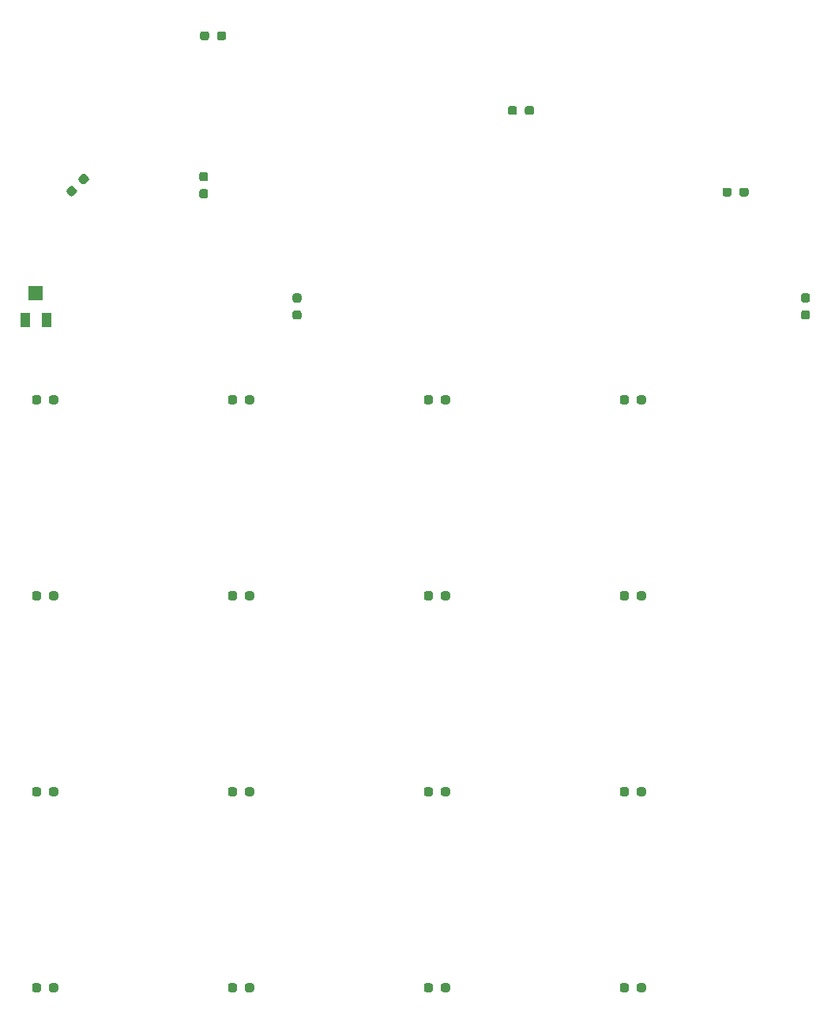
<source format=gbp>
G04 #@! TF.GenerationSoftware,KiCad,Pcbnew,5.1.9+dfsg1-1*
G04 #@! TF.CreationDate,2022-06-11T23:02:00-07:00*
G04 #@! TF.ProjectId,keypad,6b657970-6164-42e6-9b69-6361645f7063,rev?*
G04 #@! TF.SameCoordinates,Original*
G04 #@! TF.FileFunction,Paste,Bot*
G04 #@! TF.FilePolarity,Positive*
%FSLAX46Y46*%
G04 Gerber Fmt 4.6, Leading zero omitted, Abs format (unit mm)*
G04 Created by KiCad (PCBNEW 5.1.9+dfsg1-1) date 2022-06-11 23:02:00*
%MOMM*%
%LPD*%
G01*
G04 APERTURE LIST*
%ADD10R,1.600000X1.600000*%
%ADD11R,1.100000X1.600000*%
G04 APERTURE END LIST*
D10*
G04 #@! TO.C,RV1*
X107000000Y-59550000D03*
D11*
X108150000Y-62450000D03*
X105850000Y-62450000D03*
G04 #@! TD*
G04 #@! TO.C,R1*
G36*
G01*
X108425000Y-71237500D02*
X108425000Y-70762500D01*
G75*
G02*
X108662500Y-70525000I237500J0D01*
G01*
X109162500Y-70525000D01*
G75*
G02*
X109400000Y-70762500I0J-237500D01*
G01*
X109400000Y-71237500D01*
G75*
G02*
X109162500Y-71475000I-237500J0D01*
G01*
X108662500Y-71475000D01*
G75*
G02*
X108425000Y-71237500I0J237500D01*
G01*
G37*
G36*
G01*
X106600000Y-71237500D02*
X106600000Y-70762500D01*
G75*
G02*
X106837500Y-70525000I237500J0D01*
G01*
X107337500Y-70525000D01*
G75*
G02*
X107575000Y-70762500I0J-237500D01*
G01*
X107575000Y-71237500D01*
G75*
G02*
X107337500Y-71475000I-237500J0D01*
G01*
X106837500Y-71475000D01*
G75*
G02*
X106600000Y-71237500I0J237500D01*
G01*
G37*
G04 #@! TD*
G04 #@! TO.C,R2*
G36*
G01*
X106600000Y-113237500D02*
X106600000Y-112762500D01*
G75*
G02*
X106837500Y-112525000I237500J0D01*
G01*
X107337500Y-112525000D01*
G75*
G02*
X107575000Y-112762500I0J-237500D01*
G01*
X107575000Y-113237500D01*
G75*
G02*
X107337500Y-113475000I-237500J0D01*
G01*
X106837500Y-113475000D01*
G75*
G02*
X106600000Y-113237500I0J237500D01*
G01*
G37*
G36*
G01*
X108425000Y-113237500D02*
X108425000Y-112762500D01*
G75*
G02*
X108662500Y-112525000I237500J0D01*
G01*
X109162500Y-112525000D01*
G75*
G02*
X109400000Y-112762500I0J-237500D01*
G01*
X109400000Y-113237500D01*
G75*
G02*
X109162500Y-113475000I-237500J0D01*
G01*
X108662500Y-113475000D01*
G75*
G02*
X108425000Y-113237500I0J237500D01*
G01*
G37*
G04 #@! TD*
G04 #@! TO.C,R3*
G36*
G01*
X148600000Y-71237500D02*
X148600000Y-70762500D01*
G75*
G02*
X148837500Y-70525000I237500J0D01*
G01*
X149337500Y-70525000D01*
G75*
G02*
X149575000Y-70762500I0J-237500D01*
G01*
X149575000Y-71237500D01*
G75*
G02*
X149337500Y-71475000I-237500J0D01*
G01*
X148837500Y-71475000D01*
G75*
G02*
X148600000Y-71237500I0J237500D01*
G01*
G37*
G36*
G01*
X150425000Y-71237500D02*
X150425000Y-70762500D01*
G75*
G02*
X150662500Y-70525000I237500J0D01*
G01*
X151162500Y-70525000D01*
G75*
G02*
X151400000Y-70762500I0J-237500D01*
G01*
X151400000Y-71237500D01*
G75*
G02*
X151162500Y-71475000I-237500J0D01*
G01*
X150662500Y-71475000D01*
G75*
G02*
X150425000Y-71237500I0J237500D01*
G01*
G37*
G04 #@! TD*
G04 #@! TO.C,R4*
G36*
G01*
X148600000Y-113237500D02*
X148600000Y-112762500D01*
G75*
G02*
X148837500Y-112525000I237500J0D01*
G01*
X149337500Y-112525000D01*
G75*
G02*
X149575000Y-112762500I0J-237500D01*
G01*
X149575000Y-113237500D01*
G75*
G02*
X149337500Y-113475000I-237500J0D01*
G01*
X148837500Y-113475000D01*
G75*
G02*
X148600000Y-113237500I0J237500D01*
G01*
G37*
G36*
G01*
X150425000Y-113237500D02*
X150425000Y-112762500D01*
G75*
G02*
X150662500Y-112525000I237500J0D01*
G01*
X151162500Y-112525000D01*
G75*
G02*
X151400000Y-112762500I0J-237500D01*
G01*
X151400000Y-113237500D01*
G75*
G02*
X151162500Y-113475000I-237500J0D01*
G01*
X150662500Y-113475000D01*
G75*
G02*
X150425000Y-113237500I0J237500D01*
G01*
G37*
G04 #@! TD*
G04 #@! TO.C,R5*
G36*
G01*
X127600000Y-71237500D02*
X127600000Y-70762500D01*
G75*
G02*
X127837500Y-70525000I237500J0D01*
G01*
X128337500Y-70525000D01*
G75*
G02*
X128575000Y-70762500I0J-237500D01*
G01*
X128575000Y-71237500D01*
G75*
G02*
X128337500Y-71475000I-237500J0D01*
G01*
X127837500Y-71475000D01*
G75*
G02*
X127600000Y-71237500I0J237500D01*
G01*
G37*
G36*
G01*
X129425000Y-71237500D02*
X129425000Y-70762500D01*
G75*
G02*
X129662500Y-70525000I237500J0D01*
G01*
X130162500Y-70525000D01*
G75*
G02*
X130400000Y-70762500I0J-237500D01*
G01*
X130400000Y-71237500D01*
G75*
G02*
X130162500Y-71475000I-237500J0D01*
G01*
X129662500Y-71475000D01*
G75*
G02*
X129425000Y-71237500I0J237500D01*
G01*
G37*
G04 #@! TD*
G04 #@! TO.C,R6*
G36*
G01*
X129425000Y-113237500D02*
X129425000Y-112762500D01*
G75*
G02*
X129662500Y-112525000I237500J0D01*
G01*
X130162500Y-112525000D01*
G75*
G02*
X130400000Y-112762500I0J-237500D01*
G01*
X130400000Y-113237500D01*
G75*
G02*
X130162500Y-113475000I-237500J0D01*
G01*
X129662500Y-113475000D01*
G75*
G02*
X129425000Y-113237500I0J237500D01*
G01*
G37*
G36*
G01*
X127600000Y-113237500D02*
X127600000Y-112762500D01*
G75*
G02*
X127837500Y-112525000I237500J0D01*
G01*
X128337500Y-112525000D01*
G75*
G02*
X128575000Y-112762500I0J-237500D01*
G01*
X128575000Y-113237500D01*
G75*
G02*
X128337500Y-113475000I-237500J0D01*
G01*
X127837500Y-113475000D01*
G75*
G02*
X127600000Y-113237500I0J237500D01*
G01*
G37*
G04 #@! TD*
G04 #@! TO.C,R7*
G36*
G01*
X169600000Y-71237500D02*
X169600000Y-70762500D01*
G75*
G02*
X169837500Y-70525000I237500J0D01*
G01*
X170337500Y-70525000D01*
G75*
G02*
X170575000Y-70762500I0J-237500D01*
G01*
X170575000Y-71237500D01*
G75*
G02*
X170337500Y-71475000I-237500J0D01*
G01*
X169837500Y-71475000D01*
G75*
G02*
X169600000Y-71237500I0J237500D01*
G01*
G37*
G36*
G01*
X171425000Y-71237500D02*
X171425000Y-70762500D01*
G75*
G02*
X171662500Y-70525000I237500J0D01*
G01*
X172162500Y-70525000D01*
G75*
G02*
X172400000Y-70762500I0J-237500D01*
G01*
X172400000Y-71237500D01*
G75*
G02*
X172162500Y-71475000I-237500J0D01*
G01*
X171662500Y-71475000D01*
G75*
G02*
X171425000Y-71237500I0J237500D01*
G01*
G37*
G04 #@! TD*
G04 #@! TO.C,R8*
G36*
G01*
X171425000Y-113237500D02*
X171425000Y-112762500D01*
G75*
G02*
X171662500Y-112525000I237500J0D01*
G01*
X172162500Y-112525000D01*
G75*
G02*
X172400000Y-112762500I0J-237500D01*
G01*
X172400000Y-113237500D01*
G75*
G02*
X172162500Y-113475000I-237500J0D01*
G01*
X171662500Y-113475000D01*
G75*
G02*
X171425000Y-113237500I0J237500D01*
G01*
G37*
G36*
G01*
X169600000Y-113237500D02*
X169600000Y-112762500D01*
G75*
G02*
X169837500Y-112525000I237500J0D01*
G01*
X170337500Y-112525000D01*
G75*
G02*
X170575000Y-112762500I0J-237500D01*
G01*
X170575000Y-113237500D01*
G75*
G02*
X170337500Y-113475000I-237500J0D01*
G01*
X169837500Y-113475000D01*
G75*
G02*
X169600000Y-113237500I0J237500D01*
G01*
G37*
G04 #@! TD*
G04 #@! TO.C,R9*
G36*
G01*
X108425000Y-92237500D02*
X108425000Y-91762500D01*
G75*
G02*
X108662500Y-91525000I237500J0D01*
G01*
X109162500Y-91525000D01*
G75*
G02*
X109400000Y-91762500I0J-237500D01*
G01*
X109400000Y-92237500D01*
G75*
G02*
X109162500Y-92475000I-237500J0D01*
G01*
X108662500Y-92475000D01*
G75*
G02*
X108425000Y-92237500I0J237500D01*
G01*
G37*
G36*
G01*
X106600000Y-92237500D02*
X106600000Y-91762500D01*
G75*
G02*
X106837500Y-91525000I237500J0D01*
G01*
X107337500Y-91525000D01*
G75*
G02*
X107575000Y-91762500I0J-237500D01*
G01*
X107575000Y-92237500D01*
G75*
G02*
X107337500Y-92475000I-237500J0D01*
G01*
X106837500Y-92475000D01*
G75*
G02*
X106600000Y-92237500I0J237500D01*
G01*
G37*
G04 #@! TD*
G04 #@! TO.C,R10*
G36*
G01*
X106600000Y-134237500D02*
X106600000Y-133762500D01*
G75*
G02*
X106837500Y-133525000I237500J0D01*
G01*
X107337500Y-133525000D01*
G75*
G02*
X107575000Y-133762500I0J-237500D01*
G01*
X107575000Y-134237500D01*
G75*
G02*
X107337500Y-134475000I-237500J0D01*
G01*
X106837500Y-134475000D01*
G75*
G02*
X106600000Y-134237500I0J237500D01*
G01*
G37*
G36*
G01*
X108425000Y-134237500D02*
X108425000Y-133762500D01*
G75*
G02*
X108662500Y-133525000I237500J0D01*
G01*
X109162500Y-133525000D01*
G75*
G02*
X109400000Y-133762500I0J-237500D01*
G01*
X109400000Y-134237500D01*
G75*
G02*
X109162500Y-134475000I-237500J0D01*
G01*
X108662500Y-134475000D01*
G75*
G02*
X108425000Y-134237500I0J237500D01*
G01*
G37*
G04 #@! TD*
G04 #@! TO.C,R11*
G36*
G01*
X150425000Y-92237500D02*
X150425000Y-91762500D01*
G75*
G02*
X150662500Y-91525000I237500J0D01*
G01*
X151162500Y-91525000D01*
G75*
G02*
X151400000Y-91762500I0J-237500D01*
G01*
X151400000Y-92237500D01*
G75*
G02*
X151162500Y-92475000I-237500J0D01*
G01*
X150662500Y-92475000D01*
G75*
G02*
X150425000Y-92237500I0J237500D01*
G01*
G37*
G36*
G01*
X148600000Y-92237500D02*
X148600000Y-91762500D01*
G75*
G02*
X148837500Y-91525000I237500J0D01*
G01*
X149337500Y-91525000D01*
G75*
G02*
X149575000Y-91762500I0J-237500D01*
G01*
X149575000Y-92237500D01*
G75*
G02*
X149337500Y-92475000I-237500J0D01*
G01*
X148837500Y-92475000D01*
G75*
G02*
X148600000Y-92237500I0J237500D01*
G01*
G37*
G04 #@! TD*
G04 #@! TO.C,R12*
G36*
G01*
X148600000Y-134237500D02*
X148600000Y-133762500D01*
G75*
G02*
X148837500Y-133525000I237500J0D01*
G01*
X149337500Y-133525000D01*
G75*
G02*
X149575000Y-133762500I0J-237500D01*
G01*
X149575000Y-134237500D01*
G75*
G02*
X149337500Y-134475000I-237500J0D01*
G01*
X148837500Y-134475000D01*
G75*
G02*
X148600000Y-134237500I0J237500D01*
G01*
G37*
G36*
G01*
X150425000Y-134237500D02*
X150425000Y-133762500D01*
G75*
G02*
X150662500Y-133525000I237500J0D01*
G01*
X151162500Y-133525000D01*
G75*
G02*
X151400000Y-133762500I0J-237500D01*
G01*
X151400000Y-134237500D01*
G75*
G02*
X151162500Y-134475000I-237500J0D01*
G01*
X150662500Y-134475000D01*
G75*
G02*
X150425000Y-134237500I0J237500D01*
G01*
G37*
G04 #@! TD*
G04 #@! TO.C,R13*
G36*
G01*
X127600000Y-92237500D02*
X127600000Y-91762500D01*
G75*
G02*
X127837500Y-91525000I237500J0D01*
G01*
X128337500Y-91525000D01*
G75*
G02*
X128575000Y-91762500I0J-237500D01*
G01*
X128575000Y-92237500D01*
G75*
G02*
X128337500Y-92475000I-237500J0D01*
G01*
X127837500Y-92475000D01*
G75*
G02*
X127600000Y-92237500I0J237500D01*
G01*
G37*
G36*
G01*
X129425000Y-92237500D02*
X129425000Y-91762500D01*
G75*
G02*
X129662500Y-91525000I237500J0D01*
G01*
X130162500Y-91525000D01*
G75*
G02*
X130400000Y-91762500I0J-237500D01*
G01*
X130400000Y-92237500D01*
G75*
G02*
X130162500Y-92475000I-237500J0D01*
G01*
X129662500Y-92475000D01*
G75*
G02*
X129425000Y-92237500I0J237500D01*
G01*
G37*
G04 #@! TD*
G04 #@! TO.C,R14*
G36*
G01*
X129425000Y-134237500D02*
X129425000Y-133762500D01*
G75*
G02*
X129662500Y-133525000I237500J0D01*
G01*
X130162500Y-133525000D01*
G75*
G02*
X130400000Y-133762500I0J-237500D01*
G01*
X130400000Y-134237500D01*
G75*
G02*
X130162500Y-134475000I-237500J0D01*
G01*
X129662500Y-134475000D01*
G75*
G02*
X129425000Y-134237500I0J237500D01*
G01*
G37*
G36*
G01*
X127600000Y-134237500D02*
X127600000Y-133762500D01*
G75*
G02*
X127837500Y-133525000I237500J0D01*
G01*
X128337500Y-133525000D01*
G75*
G02*
X128575000Y-133762500I0J-237500D01*
G01*
X128575000Y-134237500D01*
G75*
G02*
X128337500Y-134475000I-237500J0D01*
G01*
X127837500Y-134475000D01*
G75*
G02*
X127600000Y-134237500I0J237500D01*
G01*
G37*
G04 #@! TD*
G04 #@! TO.C,R15*
G36*
G01*
X169600000Y-92237500D02*
X169600000Y-91762500D01*
G75*
G02*
X169837500Y-91525000I237500J0D01*
G01*
X170337500Y-91525000D01*
G75*
G02*
X170575000Y-91762500I0J-237500D01*
G01*
X170575000Y-92237500D01*
G75*
G02*
X170337500Y-92475000I-237500J0D01*
G01*
X169837500Y-92475000D01*
G75*
G02*
X169600000Y-92237500I0J237500D01*
G01*
G37*
G36*
G01*
X171425000Y-92237500D02*
X171425000Y-91762500D01*
G75*
G02*
X171662500Y-91525000I237500J0D01*
G01*
X172162500Y-91525000D01*
G75*
G02*
X172400000Y-91762500I0J-237500D01*
G01*
X172400000Y-92237500D01*
G75*
G02*
X172162500Y-92475000I-237500J0D01*
G01*
X171662500Y-92475000D01*
G75*
G02*
X171425000Y-92237500I0J237500D01*
G01*
G37*
G04 #@! TD*
G04 #@! TO.C,R16*
G36*
G01*
X171425000Y-134237500D02*
X171425000Y-133762500D01*
G75*
G02*
X171662500Y-133525000I237500J0D01*
G01*
X172162500Y-133525000D01*
G75*
G02*
X172400000Y-133762500I0J-237500D01*
G01*
X172400000Y-134237500D01*
G75*
G02*
X172162500Y-134475000I-237500J0D01*
G01*
X171662500Y-134475000D01*
G75*
G02*
X171425000Y-134237500I0J237500D01*
G01*
G37*
G36*
G01*
X169600000Y-134237500D02*
X169600000Y-133762500D01*
G75*
G02*
X169837500Y-133525000I237500J0D01*
G01*
X170337500Y-133525000D01*
G75*
G02*
X170575000Y-133762500I0J-237500D01*
G01*
X170575000Y-134237500D01*
G75*
G02*
X170337500Y-134475000I-237500J0D01*
G01*
X169837500Y-134475000D01*
G75*
G02*
X169600000Y-134237500I0J237500D01*
G01*
G37*
G04 #@! TD*
G04 #@! TO.C,R17*
G36*
G01*
X124600000Y-32237500D02*
X124600000Y-31762500D01*
G75*
G02*
X124837500Y-31525000I237500J0D01*
G01*
X125337500Y-31525000D01*
G75*
G02*
X125575000Y-31762500I0J-237500D01*
G01*
X125575000Y-32237500D01*
G75*
G02*
X125337500Y-32475000I-237500J0D01*
G01*
X124837500Y-32475000D01*
G75*
G02*
X124600000Y-32237500I0J237500D01*
G01*
G37*
G36*
G01*
X126425000Y-32237500D02*
X126425000Y-31762500D01*
G75*
G02*
X126662500Y-31525000I237500J0D01*
G01*
X127162500Y-31525000D01*
G75*
G02*
X127400000Y-31762500I0J-237500D01*
G01*
X127400000Y-32237500D01*
G75*
G02*
X127162500Y-32475000I-237500J0D01*
G01*
X126662500Y-32475000D01*
G75*
G02*
X126425000Y-32237500I0J237500D01*
G01*
G37*
G04 #@! TD*
G04 #@! TO.C,R18*
G36*
G01*
X111968458Y-47867418D02*
X111632582Y-47531542D01*
G75*
G02*
X111632582Y-47195666I167938J167938D01*
G01*
X111986136Y-46842112D01*
G75*
G02*
X112322012Y-46842112I167938J-167938D01*
G01*
X112657888Y-47177988D01*
G75*
G02*
X112657888Y-47513864I-167938J-167938D01*
G01*
X112304334Y-47867418D01*
G75*
G02*
X111968458Y-47867418I-167938J167938D01*
G01*
G37*
G36*
G01*
X110677988Y-49157888D02*
X110342112Y-48822012D01*
G75*
G02*
X110342112Y-48486136I167938J167938D01*
G01*
X110695666Y-48132582D01*
G75*
G02*
X111031542Y-48132582I167938J-167938D01*
G01*
X111367418Y-48468458D01*
G75*
G02*
X111367418Y-48804334I-167938J-167938D01*
G01*
X111013864Y-49157888D01*
G75*
G02*
X110677988Y-49157888I-167938J167938D01*
G01*
G37*
G04 #@! TD*
G04 #@! TO.C,R19*
G36*
G01*
X125237500Y-49400000D02*
X124762500Y-49400000D01*
G75*
G02*
X124525000Y-49162500I0J237500D01*
G01*
X124525000Y-48662500D01*
G75*
G02*
X124762500Y-48425000I237500J0D01*
G01*
X125237500Y-48425000D01*
G75*
G02*
X125475000Y-48662500I0J-237500D01*
G01*
X125475000Y-49162500D01*
G75*
G02*
X125237500Y-49400000I-237500J0D01*
G01*
G37*
G36*
G01*
X125237500Y-47575000D02*
X124762500Y-47575000D01*
G75*
G02*
X124525000Y-47337500I0J237500D01*
G01*
X124525000Y-46837500D01*
G75*
G02*
X124762500Y-46600000I237500J0D01*
G01*
X125237500Y-46600000D01*
G75*
G02*
X125475000Y-46837500I0J-237500D01*
G01*
X125475000Y-47337500D01*
G75*
G02*
X125237500Y-47575000I-237500J0D01*
G01*
G37*
G04 #@! TD*
G04 #@! TO.C,R20*
G36*
G01*
X135237500Y-60575000D02*
X134762500Y-60575000D01*
G75*
G02*
X134525000Y-60337500I0J237500D01*
G01*
X134525000Y-59837500D01*
G75*
G02*
X134762500Y-59600000I237500J0D01*
G01*
X135237500Y-59600000D01*
G75*
G02*
X135475000Y-59837500I0J-237500D01*
G01*
X135475000Y-60337500D01*
G75*
G02*
X135237500Y-60575000I-237500J0D01*
G01*
G37*
G36*
G01*
X135237500Y-62400000D02*
X134762500Y-62400000D01*
G75*
G02*
X134525000Y-62162500I0J237500D01*
G01*
X134525000Y-61662500D01*
G75*
G02*
X134762500Y-61425000I237500J0D01*
G01*
X135237500Y-61425000D01*
G75*
G02*
X135475000Y-61662500I0J-237500D01*
G01*
X135475000Y-62162500D01*
G75*
G02*
X135237500Y-62400000I-237500J0D01*
G01*
G37*
G04 #@! TD*
G04 #@! TO.C,R21*
G36*
G01*
X180600000Y-48987500D02*
X180600000Y-48512500D01*
G75*
G02*
X180837500Y-48275000I237500J0D01*
G01*
X181337500Y-48275000D01*
G75*
G02*
X181575000Y-48512500I0J-237500D01*
G01*
X181575000Y-48987500D01*
G75*
G02*
X181337500Y-49225000I-237500J0D01*
G01*
X180837500Y-49225000D01*
G75*
G02*
X180600000Y-48987500I0J237500D01*
G01*
G37*
G36*
G01*
X182425000Y-48987500D02*
X182425000Y-48512500D01*
G75*
G02*
X182662500Y-48275000I237500J0D01*
G01*
X183162500Y-48275000D01*
G75*
G02*
X183400000Y-48512500I0J-237500D01*
G01*
X183400000Y-48987500D01*
G75*
G02*
X183162500Y-49225000I-237500J0D01*
G01*
X182662500Y-49225000D01*
G75*
G02*
X182425000Y-48987500I0J237500D01*
G01*
G37*
G04 #@! TD*
G04 #@! TO.C,R22*
G36*
G01*
X189737500Y-60575000D02*
X189262500Y-60575000D01*
G75*
G02*
X189025000Y-60337500I0J237500D01*
G01*
X189025000Y-59837500D01*
G75*
G02*
X189262500Y-59600000I237500J0D01*
G01*
X189737500Y-59600000D01*
G75*
G02*
X189975000Y-59837500I0J-237500D01*
G01*
X189975000Y-60337500D01*
G75*
G02*
X189737500Y-60575000I-237500J0D01*
G01*
G37*
G36*
G01*
X189737500Y-62400000D02*
X189262500Y-62400000D01*
G75*
G02*
X189025000Y-62162500I0J237500D01*
G01*
X189025000Y-61662500D01*
G75*
G02*
X189262500Y-61425000I237500J0D01*
G01*
X189737500Y-61425000D01*
G75*
G02*
X189975000Y-61662500I0J-237500D01*
G01*
X189975000Y-62162500D01*
G75*
G02*
X189737500Y-62400000I-237500J0D01*
G01*
G37*
G04 #@! TD*
G04 #@! TO.C,R23*
G36*
G01*
X158575000Y-39762500D02*
X158575000Y-40237500D01*
G75*
G02*
X158337500Y-40475000I-237500J0D01*
G01*
X157837500Y-40475000D01*
G75*
G02*
X157600000Y-40237500I0J237500D01*
G01*
X157600000Y-39762500D01*
G75*
G02*
X157837500Y-39525000I237500J0D01*
G01*
X158337500Y-39525000D01*
G75*
G02*
X158575000Y-39762500I0J-237500D01*
G01*
G37*
G36*
G01*
X160400000Y-39762500D02*
X160400000Y-40237500D01*
G75*
G02*
X160162500Y-40475000I-237500J0D01*
G01*
X159662500Y-40475000D01*
G75*
G02*
X159425000Y-40237500I0J237500D01*
G01*
X159425000Y-39762500D01*
G75*
G02*
X159662500Y-39525000I237500J0D01*
G01*
X160162500Y-39525000D01*
G75*
G02*
X160400000Y-39762500I0J-237500D01*
G01*
G37*
G04 #@! TD*
M02*

</source>
